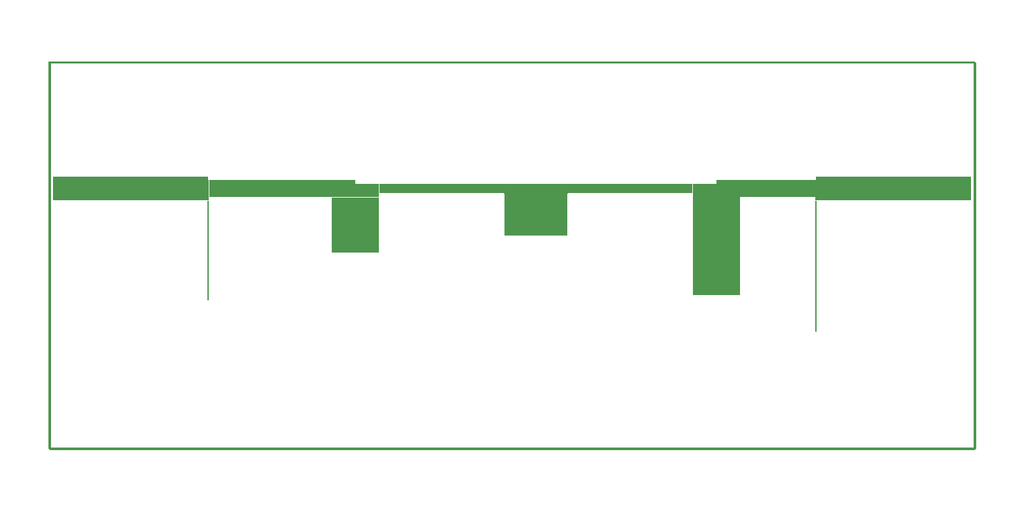
<source format=gbr>
G04 ===== Begin FILE IDENTIFICATION =====*
G04 File Format:  Gerber RS274X*
G04 ===== End FILE IDENTIFICATION =====*
%FSLAX24Y24*%
%MOIN*%
%SFA1.0000B1.0000*%
%OFA0.0B0.0*%
%ADD14R,0.787402X0.119676*%
%ADD15R,0.007091X0.667925*%
%ADD16R,0.379846X0.086670*%
%ADD17R,0.637000X0.047606*%
%ADD18R,0.636988X0.047606*%
%ADD19R,0.622000X0.086670*%
%ADD20R,0.007091X0.508382*%
%ADD21R,0.244543X0.284677*%
%ADD22R,0.324294X0.217654*%
%ADD23R,0.244543X0.498677*%
%LNcond*%
%IPPOS*%
%LPD*%
G75*
G36*
G01X35Y-2765D02*
G01Y-3797D01*
G01X105D01*
G01Y-2600D01*
G01X70D01*
G01Y-2765D01*
G01X35D01*
G37*
D14*
X4042Y-3198D03*
D15*
X70Y-7136D03*
D16*
X-1865Y-3198D03*
G36*
G01X-6209Y-2960D02*
G01Y-3632D01*
G01X-3764D01*
G01Y-2765D01*
G01X-4987D01*
G01Y-2960D01*
G01X-6209D01*
G37*
D17*
X-9394Y-3198D03*
G36*
G01X-15822Y-2960D02*
G01Y-3436D01*
G01X-12579D01*
G01Y-2960D01*
G01X-15822D01*
G37*
D18*
X-19007Y-3198D03*
G36*
G01X-24638Y-2765D02*
G01Y-3632D01*
G01X-22192D01*
G01Y-2960D01*
G01X-23415D01*
G01Y-2765D01*
G01X-24638D01*
G37*
D19*
X-27748Y-3198D03*
G36*
G01X-30929Y-2600D02*
G01Y-3797D01*
G01X-30858D01*
G01Y-2765D01*
G01X-30893D01*
G01Y-2600D01*
G01X-30929D01*
G37*
D14*
X-34866Y-3198D03*
D20*
X-30893Y-6339D03*
D21*
X-23415Y-5055D03*
D22*
X-14201Y-4525D03*
D23*
X-4987Y-6125D03*
G36*
G01X-38916Y3296D02*
G01Y3297D01*
G01X-39034D01*
G01Y-16434D01*
G01X-38963Y-16505D01*
G01X8147D01*
G01X8218Y-16434D01*
G01Y3225D01*
G01X8147Y3296D01*
G01X-38916D01*
G01Y3178D01*
G01X8100D01*
G01Y-16387D01*
G01X-38916D01*
G01Y3178D01*
G01Y3296D01*
G37*
M02*


</source>
